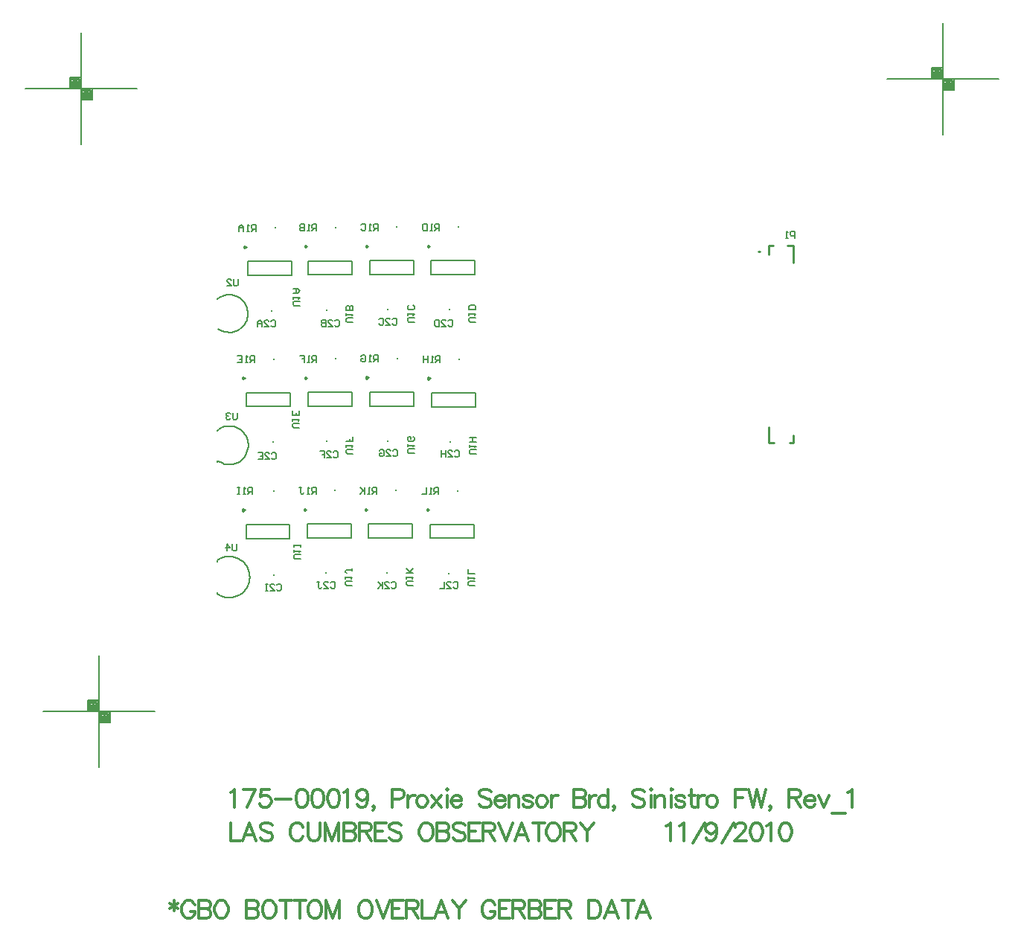
<source format=gbo>
%FSLAX23Y23*%
%MOIN*%
G70*
G01*
G75*
G04 Layer_Color=32896*
%ADD10R,0.135X0.070*%
%ADD11R,0.050X0.050*%
%ADD12R,0.094X0.059*%
%ADD13R,0.037X0.035*%
%ADD14R,0.037X0.035*%
%ADD15R,0.050X0.050*%
%ADD16R,0.048X0.078*%
%ADD17C,0.010*%
%ADD18C,0.012*%
%ADD19C,0.008*%
%ADD20C,0.012*%
%ADD21C,0.012*%
%ADD22C,0.157*%
%ADD23C,0.315*%
%ADD24O,0.079X0.039*%
%ADD25O,0.079X0.039*%
%ADD26C,0.047*%
%ADD27C,0.024*%
%ADD28C,0.040*%
%ADD29C,0.127*%
%ADD30C,0.170*%
G04:AMPARAMS|DCode=31|XSize=87.559mil|YSize=87.559mil|CornerRadius=0mil|HoleSize=0mil|Usage=FLASHONLY|Rotation=0.000|XOffset=0mil|YOffset=0mil|HoleType=Round|Shape=Relief|Width=10mil|Gap=10mil|Entries=4|*
%AMTHD31*
7,0,0,0.088,0.068,0.010,45*
%
%ADD31THD31*%
%ADD32C,0.068*%
%ADD33C,0.087*%
%ADD34C,0.050*%
G04:AMPARAMS|DCode=35|XSize=70mil|YSize=70mil|CornerRadius=0mil|HoleSize=0mil|Usage=FLASHONLY|Rotation=0.000|XOffset=0mil|YOffset=0mil|HoleType=Round|Shape=Relief|Width=10mil|Gap=10mil|Entries=4|*
%AMTHD35*
7,0,0,0.070,0.050,0.010,45*
%
%ADD35THD35*%
%ADD36O,0.028X0.098*%
%ADD37R,0.085X0.022*%
%ADD38C,0.006*%
%ADD39C,0.010*%
%ADD40C,0.010*%
%ADD41C,0.008*%
%ADD42C,0.007*%
%ADD43C,0.005*%
%ADD44R,0.122X0.163*%
%ADD45R,0.143X0.078*%
%ADD46R,0.058X0.058*%
%ADD47R,0.102X0.067*%
%ADD48R,0.045X0.043*%
%ADD49R,0.045X0.043*%
%ADD50R,0.058X0.058*%
%ADD51R,0.056X0.086*%
%ADD52C,0.165*%
%ADD53C,0.323*%
%ADD54O,0.087X0.047*%
%ADD55O,0.087X0.047*%
%ADD56C,0.055*%
%ADD57C,0.032*%
%ADD58R,0.318X0.107*%
%ADD59R,0.136X0.889*%
%ADD60R,0.272X0.079*%
%ADD61O,0.036X0.106*%
%ADD62R,0.093X0.030*%
D17*
X17332Y13010D02*
X17324D01*
X17332D01*
X17465Y12152D02*
X17481D01*
X17371D02*
X17395D01*
X17457Y13034D02*
X17481D01*
X17371D02*
X17391D01*
X17371Y12995D02*
Y13034D01*
Y12152D02*
Y12223D01*
X17481Y12152D02*
Y12187D01*
Y12959D02*
Y13034D01*
D18*
X14708Y10102D02*
Y10056D01*
X14689Y10090D02*
X14727Y10067D01*
Y10090D02*
X14689Y10067D01*
X14801Y10083D02*
X14797Y10090D01*
X14789Y10098D01*
X14782Y10102D01*
X14766D01*
X14759Y10098D01*
X14751Y10090D01*
X14747Y10083D01*
X14743Y10071D01*
Y10052D01*
X14747Y10041D01*
X14751Y10033D01*
X14759Y10026D01*
X14766Y10022D01*
X14782D01*
X14789Y10026D01*
X14797Y10033D01*
X14801Y10041D01*
Y10052D01*
X14782D02*
X14801D01*
X14819Y10102D02*
Y10022D01*
Y10102D02*
X14853D01*
X14865Y10098D01*
X14868Y10094D01*
X14872Y10086D01*
Y10079D01*
X14868Y10071D01*
X14865Y10067D01*
X14853Y10064D01*
X14819D02*
X14853D01*
X14865Y10060D01*
X14868Y10056D01*
X14872Y10048D01*
Y10037D01*
X14868Y10029D01*
X14865Y10026D01*
X14853Y10022D01*
X14819D01*
X14913Y10102D02*
X14905Y10098D01*
X14898Y10090D01*
X14894Y10083D01*
X14890Y10071D01*
Y10052D01*
X14894Y10041D01*
X14898Y10033D01*
X14905Y10026D01*
X14913Y10022D01*
X14928D01*
X14936Y10026D01*
X14943Y10033D01*
X14947Y10041D01*
X14951Y10052D01*
Y10071D01*
X14947Y10083D01*
X14943Y10090D01*
X14936Y10098D01*
X14928Y10102D01*
X14913D01*
X15033D02*
Y10022D01*
Y10102D02*
X15067D01*
X15078Y10098D01*
X15082Y10094D01*
X15086Y10086D01*
Y10079D01*
X15082Y10071D01*
X15078Y10067D01*
X15067Y10064D01*
X15033D02*
X15067D01*
X15078Y10060D01*
X15082Y10056D01*
X15086Y10048D01*
Y10037D01*
X15082Y10029D01*
X15078Y10026D01*
X15067Y10022D01*
X15033D01*
X15127Y10102D02*
X15119Y10098D01*
X15111Y10090D01*
X15108Y10083D01*
X15104Y10071D01*
Y10052D01*
X15108Y10041D01*
X15111Y10033D01*
X15119Y10026D01*
X15127Y10022D01*
X15142D01*
X15149Y10026D01*
X15157Y10033D01*
X15161Y10041D01*
X15165Y10052D01*
Y10071D01*
X15161Y10083D01*
X15157Y10090D01*
X15149Y10098D01*
X15142Y10102D01*
X15127D01*
X15210D02*
Y10022D01*
X15183Y10102D02*
X15237D01*
X15273D02*
Y10022D01*
X15246Y10102D02*
X15300D01*
X15332D02*
X15324Y10098D01*
X15317Y10090D01*
X15313Y10083D01*
X15309Y10071D01*
Y10052D01*
X15313Y10041D01*
X15317Y10033D01*
X15324Y10026D01*
X15332Y10022D01*
X15347D01*
X15355Y10026D01*
X15362Y10033D01*
X15366Y10041D01*
X15370Y10052D01*
Y10071D01*
X15366Y10083D01*
X15362Y10090D01*
X15355Y10098D01*
X15347Y10102D01*
X15332D01*
X15389D02*
Y10022D01*
Y10102D02*
X15419Y10022D01*
X15450Y10102D02*
X15419Y10022D01*
X15450Y10102D02*
Y10022D01*
X15558Y10102D02*
X15551Y10098D01*
X15543Y10090D01*
X15539Y10083D01*
X15535Y10071D01*
Y10052D01*
X15539Y10041D01*
X15543Y10033D01*
X15551Y10026D01*
X15558Y10022D01*
X15573D01*
X15581Y10026D01*
X15589Y10033D01*
X15592Y10041D01*
X15596Y10052D01*
Y10071D01*
X15592Y10083D01*
X15589Y10090D01*
X15581Y10098D01*
X15573Y10102D01*
X15558D01*
X15615D02*
X15645Y10022D01*
X15676Y10102D02*
X15645Y10022D01*
X15736Y10102D02*
X15686D01*
Y10022D01*
X15736D01*
X15686Y10064D02*
X15717D01*
X15749Y10102D02*
Y10022D01*
Y10102D02*
X15783D01*
X15795Y10098D01*
X15798Y10094D01*
X15802Y10086D01*
Y10079D01*
X15798Y10071D01*
X15795Y10067D01*
X15783Y10064D01*
X15749D01*
X15776D02*
X15802Y10022D01*
X15820Y10102D02*
Y10022D01*
X15866D01*
X15936D02*
X15905Y10102D01*
X15875Y10022D01*
X15886Y10048D02*
X15924D01*
X15954Y10102D02*
X15985Y10064D01*
Y10022D01*
X16015Y10102D02*
X15985Y10064D01*
X16145Y10083D02*
X16142Y10090D01*
X16134Y10098D01*
X16126Y10102D01*
X16111D01*
X16104Y10098D01*
X16096Y10090D01*
X16092Y10083D01*
X16088Y10071D01*
Y10052D01*
X16092Y10041D01*
X16096Y10033D01*
X16104Y10026D01*
X16111Y10022D01*
X16126D01*
X16134Y10026D01*
X16142Y10033D01*
X16145Y10041D01*
Y10052D01*
X16126D02*
X16145D01*
X16213Y10102D02*
X16164D01*
Y10022D01*
X16213D01*
X16164Y10064D02*
X16194D01*
X16227Y10102D02*
Y10022D01*
Y10102D02*
X16261D01*
X16272Y10098D01*
X16276Y10094D01*
X16280Y10086D01*
Y10079D01*
X16276Y10071D01*
X16272Y10067D01*
X16261Y10064D01*
X16227D01*
X16253D02*
X16280Y10022D01*
X16298Y10102D02*
Y10022D01*
Y10102D02*
X16332D01*
X16344Y10098D01*
X16347Y10094D01*
X16351Y10086D01*
Y10079D01*
X16347Y10071D01*
X16344Y10067D01*
X16332Y10064D01*
X16298D02*
X16332D01*
X16344Y10060D01*
X16347Y10056D01*
X16351Y10048D01*
Y10037D01*
X16347Y10029D01*
X16344Y10026D01*
X16332Y10022D01*
X16298D01*
X16419Y10102D02*
X16369D01*
Y10022D01*
X16419D01*
X16369Y10064D02*
X16399D01*
X16432Y10102D02*
Y10022D01*
Y10102D02*
X16466D01*
X16478Y10098D01*
X16481Y10094D01*
X16485Y10086D01*
Y10079D01*
X16481Y10071D01*
X16478Y10067D01*
X16466Y10064D01*
X16432D01*
X16459D02*
X16485Y10022D01*
X16566Y10102D02*
Y10022D01*
Y10102D02*
X16593D01*
X16604Y10098D01*
X16612Y10090D01*
X16615Y10083D01*
X16619Y10071D01*
Y10052D01*
X16615Y10041D01*
X16612Y10033D01*
X16604Y10026D01*
X16593Y10022D01*
X16566D01*
X16698D02*
X16668Y10102D01*
X16637Y10022D01*
X16649Y10048D02*
X16687D01*
X16743Y10102D02*
Y10022D01*
X16717Y10102D02*
X16770D01*
X16841Y10022D02*
X16810Y10102D01*
X16780Y10022D01*
X16791Y10048D02*
X16829D01*
D19*
X14123Y10950D02*
X14623D01*
X14373Y10700D02*
Y11200D01*
X14323Y10950D02*
Y11000D01*
X14373D01*
X14423Y10900D02*
Y10950D01*
X14373Y10900D02*
X14423D01*
X14378Y10945D02*
X14418D01*
Y10905D02*
Y10945D01*
X14378Y10905D02*
X14418D01*
X14378D02*
Y10945D01*
X14383Y10940D02*
X14413D01*
Y10910D02*
Y10940D01*
X14383Y10910D02*
X14413D01*
X14383D02*
Y10935D01*
X14388D02*
X14408D01*
Y10915D02*
Y10935D01*
X14388Y10915D02*
X14408D01*
X14388D02*
Y10930D01*
X14393D02*
X14403D01*
Y10920D02*
Y10930D01*
X14393Y10920D02*
X14403D01*
X14393D02*
Y10930D01*
Y10925D02*
X14403D01*
X14328Y10995D02*
X14368D01*
Y10955D02*
Y10995D01*
X14328Y10955D02*
X14368D01*
X14328D02*
Y10995D01*
X14333Y10990D02*
X14363D01*
Y10960D02*
Y10990D01*
X14333Y10960D02*
X14363D01*
X14333D02*
Y10985D01*
X14338D02*
X14358D01*
Y10965D02*
Y10985D01*
X14338Y10965D02*
X14358D01*
X14338D02*
Y10980D01*
X14343D02*
X14353D01*
Y10970D02*
Y10980D01*
X14343Y10970D02*
X14353D01*
X14343D02*
Y10980D01*
Y10975D02*
X14353D01*
X17902Y13781D02*
X18402D01*
X18152Y13531D02*
Y14031D01*
X18102Y13781D02*
Y13831D01*
X18152D01*
X18202Y13731D02*
Y13781D01*
X18152Y13731D02*
X18202D01*
X18157Y13776D02*
X18197D01*
Y13736D02*
Y13776D01*
X18157Y13736D02*
X18197D01*
X18157D02*
Y13776D01*
X18162Y13771D02*
X18192D01*
Y13741D02*
Y13771D01*
X18162Y13741D02*
X18192D01*
X18162D02*
Y13766D01*
X18167D02*
X18187D01*
Y13746D02*
Y13766D01*
X18167Y13746D02*
X18187D01*
X18167D02*
Y13761D01*
X18172D02*
X18182D01*
Y13751D02*
Y13761D01*
X18172Y13751D02*
X18182D01*
X18172D02*
Y13761D01*
Y13756D02*
X18182D01*
X18107Y13826D02*
X18147D01*
Y13786D02*
Y13826D01*
X18107Y13786D02*
X18147D01*
X18107D02*
Y13826D01*
X18112Y13821D02*
X18142D01*
Y13791D02*
Y13821D01*
X18112Y13791D02*
X18142D01*
X18112D02*
Y13816D01*
X18117D02*
X18137D01*
Y13796D02*
Y13816D01*
X18117Y13796D02*
X18137D01*
X18117D02*
Y13811D01*
X18122D02*
X18132D01*
Y13801D02*
Y13811D01*
X18122Y13801D02*
X18132D01*
X18122D02*
Y13811D01*
Y13806D02*
X18132D01*
X14042Y13738D02*
X14542D01*
X14292Y13488D02*
Y13988D01*
X14242Y13738D02*
Y13788D01*
X14292D01*
X14342Y13688D02*
Y13738D01*
X14292Y13688D02*
X14342D01*
X14297Y13733D02*
X14337D01*
Y13693D02*
Y13733D01*
X14297Y13693D02*
X14337D01*
X14297D02*
Y13733D01*
X14302Y13728D02*
X14332D01*
Y13698D02*
Y13728D01*
X14302Y13698D02*
X14332D01*
X14302D02*
Y13723D01*
X14307D02*
X14327D01*
Y13703D02*
Y13723D01*
X14307Y13703D02*
X14327D01*
X14307D02*
Y13718D01*
X14312D02*
X14322D01*
Y13708D02*
Y13718D01*
X14312Y13708D02*
X14322D01*
X14312D02*
Y13718D01*
Y13713D02*
X14322D01*
X14247Y13783D02*
X14287D01*
Y13743D02*
Y13783D01*
X14247Y13743D02*
X14287D01*
X14247D02*
Y13783D01*
X14252Y13778D02*
X14282D01*
Y13748D02*
Y13778D01*
X14252Y13748D02*
X14282D01*
X14252D02*
Y13773D01*
X14257D02*
X14277D01*
Y13753D02*
Y13773D01*
X14257Y13753D02*
X14277D01*
X14257D02*
Y13768D01*
X14262D02*
X14272D01*
Y13758D02*
Y13768D01*
X14262Y13758D02*
X14272D01*
X14262D02*
Y13768D01*
Y13763D02*
X14272D01*
D20*
X14961Y10449D02*
Y10369D01*
X15007D01*
X15076D02*
X15046Y10449D01*
X15015Y10369D01*
X15027Y10396D02*
X15065D01*
X15148Y10438D02*
X15141Y10445D01*
X15129Y10449D01*
X15114D01*
X15103Y10445D01*
X15095Y10438D01*
Y10430D01*
X15099Y10423D01*
X15103Y10419D01*
X15110Y10415D01*
X15133Y10407D01*
X15141Y10404D01*
X15145Y10400D01*
X15148Y10392D01*
Y10381D01*
X15141Y10373D01*
X15129Y10369D01*
X15114D01*
X15103Y10373D01*
X15095Y10381D01*
X15286Y10430D02*
X15282Y10438D01*
X15275Y10445D01*
X15267Y10449D01*
X15252D01*
X15244Y10445D01*
X15237Y10438D01*
X15233Y10430D01*
X15229Y10419D01*
Y10400D01*
X15233Y10388D01*
X15237Y10381D01*
X15244Y10373D01*
X15252Y10369D01*
X15267D01*
X15275Y10373D01*
X15282Y10381D01*
X15286Y10388D01*
X15309Y10449D02*
Y10392D01*
X15313Y10381D01*
X15320Y10373D01*
X15332Y10369D01*
X15339D01*
X15351Y10373D01*
X15358Y10381D01*
X15362Y10392D01*
Y10449D01*
X15384D02*
Y10369D01*
Y10449D02*
X15415Y10369D01*
X15445Y10449D02*
X15415Y10369D01*
X15445Y10449D02*
Y10369D01*
X15468Y10449D02*
Y10369D01*
Y10449D02*
X15502D01*
X15514Y10445D01*
X15517Y10442D01*
X15521Y10434D01*
Y10426D01*
X15517Y10419D01*
X15514Y10415D01*
X15502Y10411D01*
X15468D02*
X15502D01*
X15514Y10407D01*
X15517Y10404D01*
X15521Y10396D01*
Y10385D01*
X15517Y10377D01*
X15514Y10373D01*
X15502Y10369D01*
X15468D01*
X15539Y10449D02*
Y10369D01*
Y10449D02*
X15573D01*
X15585Y10445D01*
X15589Y10442D01*
X15593Y10434D01*
Y10426D01*
X15589Y10419D01*
X15585Y10415D01*
X15573Y10411D01*
X15539D01*
X15566D02*
X15593Y10369D01*
X15660Y10449D02*
X15610D01*
Y10369D01*
X15660D01*
X15610Y10411D02*
X15641D01*
X15727Y10438D02*
X15719Y10445D01*
X15708Y10449D01*
X15692D01*
X15681Y10445D01*
X15673Y10438D01*
Y10430D01*
X15677Y10423D01*
X15681Y10419D01*
X15688Y10415D01*
X15711Y10407D01*
X15719Y10404D01*
X15723Y10400D01*
X15727Y10392D01*
Y10381D01*
X15719Y10373D01*
X15708Y10369D01*
X15692D01*
X15681Y10373D01*
X15673Y10381D01*
X15830Y10449D02*
X15823Y10445D01*
X15815Y10438D01*
X15811Y10430D01*
X15807Y10419D01*
Y10400D01*
X15811Y10388D01*
X15815Y10381D01*
X15823Y10373D01*
X15830Y10369D01*
X15845D01*
X15853Y10373D01*
X15861Y10381D01*
X15864Y10388D01*
X15868Y10400D01*
Y10419D01*
X15864Y10430D01*
X15861Y10438D01*
X15853Y10445D01*
X15845Y10449D01*
X15830D01*
X15887D02*
Y10369D01*
Y10449D02*
X15921D01*
X15933Y10445D01*
X15936Y10442D01*
X15940Y10434D01*
Y10426D01*
X15936Y10419D01*
X15933Y10415D01*
X15921Y10411D01*
X15887D02*
X15921D01*
X15933Y10407D01*
X15936Y10404D01*
X15940Y10396D01*
Y10385D01*
X15936Y10377D01*
X15933Y10373D01*
X15921Y10369D01*
X15887D01*
X16011Y10438D02*
X16004Y10445D01*
X15992Y10449D01*
X15977D01*
X15966Y10445D01*
X15958Y10438D01*
Y10430D01*
X15962Y10423D01*
X15966Y10419D01*
X15973Y10415D01*
X15996Y10407D01*
X16004Y10404D01*
X16008Y10400D01*
X16011Y10392D01*
Y10381D01*
X16004Y10373D01*
X15992Y10369D01*
X15977D01*
X15966Y10373D01*
X15958Y10381D01*
X16079Y10449D02*
X16029D01*
Y10369D01*
X16079D01*
X16029Y10411D02*
X16060D01*
X16092Y10449D02*
Y10369D01*
Y10449D02*
X16126D01*
X16138Y10445D01*
X16142Y10442D01*
X16146Y10434D01*
Y10426D01*
X16142Y10419D01*
X16138Y10415D01*
X16126Y10411D01*
X16092D01*
X16119D02*
X16146Y10369D01*
X16163Y10449D02*
X16194Y10369D01*
X16224Y10449D02*
X16194Y10369D01*
X16296D02*
X16265Y10449D01*
X16235Y10369D01*
X16246Y10396D02*
X16284D01*
X16341Y10449D02*
Y10369D01*
X16314Y10449D02*
X16368D01*
X16400D02*
X16392Y10445D01*
X16385Y10438D01*
X16381Y10430D01*
X16377Y10419D01*
Y10400D01*
X16381Y10388D01*
X16385Y10381D01*
X16392Y10373D01*
X16400Y10369D01*
X16415D01*
X16423Y10373D01*
X16430Y10381D01*
X16434Y10388D01*
X16438Y10400D01*
Y10419D01*
X16434Y10430D01*
X16430Y10438D01*
X16423Y10445D01*
X16415Y10449D01*
X16400D01*
X16457D02*
Y10369D01*
Y10449D02*
X16491D01*
X16502Y10445D01*
X16506Y10442D01*
X16510Y10434D01*
Y10426D01*
X16506Y10419D01*
X16502Y10415D01*
X16491Y10411D01*
X16457D01*
X16483D02*
X16510Y10369D01*
X16528Y10449D02*
X16558Y10411D01*
Y10369D01*
X16589Y10449D02*
X16558Y10411D01*
X16913Y10434D02*
X16921Y10438D01*
X16932Y10449D01*
Y10369D01*
X16972Y10434D02*
X16980Y10438D01*
X16991Y10449D01*
Y10369D01*
X17031Y10358D02*
X17084Y10449D01*
X17139Y10423D02*
X17135Y10411D01*
X17127Y10404D01*
X17116Y10400D01*
X17112D01*
X17101Y10404D01*
X17093Y10411D01*
X17089Y10423D01*
Y10426D01*
X17093Y10438D01*
X17101Y10445D01*
X17112Y10449D01*
X17116D01*
X17127Y10445D01*
X17135Y10438D01*
X17139Y10423D01*
Y10404D01*
X17135Y10385D01*
X17127Y10373D01*
X17116Y10369D01*
X17108D01*
X17097Y10373D01*
X17093Y10381D01*
X17161Y10358D02*
X17214Y10449D01*
X17223Y10430D02*
Y10434D01*
X17227Y10442D01*
X17231Y10445D01*
X17238Y10449D01*
X17253D01*
X17261Y10445D01*
X17265Y10442D01*
X17269Y10434D01*
Y10426D01*
X17265Y10419D01*
X17257Y10407D01*
X17219Y10369D01*
X17273D01*
X17313Y10449D02*
X17302Y10445D01*
X17294Y10434D01*
X17290Y10415D01*
Y10404D01*
X17294Y10385D01*
X17302Y10373D01*
X17313Y10369D01*
X17321D01*
X17332Y10373D01*
X17340Y10385D01*
X17344Y10404D01*
Y10415D01*
X17340Y10434D01*
X17332Y10445D01*
X17321Y10449D01*
X17313D01*
X17362Y10434D02*
X17369Y10438D01*
X17381Y10449D01*
Y10369D01*
X17443Y10449D02*
X17432Y10445D01*
X17424Y10434D01*
X17420Y10415D01*
Y10404D01*
X17424Y10385D01*
X17432Y10373D01*
X17443Y10369D01*
X17451D01*
X17462Y10373D01*
X17470Y10385D01*
X17474Y10404D01*
Y10415D01*
X17470Y10434D01*
X17462Y10445D01*
X17451Y10449D01*
X17443D01*
D21*
X14961Y10584D02*
X14969Y10588D01*
X14980Y10599D01*
Y10519D01*
X15073Y10599D02*
X15035Y10519D01*
X15020Y10599D02*
X15073D01*
X15137D02*
X15099D01*
X15095Y10565D01*
X15099Y10569D01*
X15110Y10573D01*
X15121D01*
X15133Y10569D01*
X15140Y10561D01*
X15144Y10550D01*
Y10542D01*
X15140Y10531D01*
X15133Y10523D01*
X15121Y10519D01*
X15110D01*
X15099Y10523D01*
X15095Y10527D01*
X15091Y10535D01*
X15162Y10554D02*
X15231D01*
X15277Y10599D02*
X15266Y10595D01*
X15258Y10584D01*
X15254Y10565D01*
Y10554D01*
X15258Y10535D01*
X15266Y10523D01*
X15277Y10519D01*
X15285D01*
X15296Y10523D01*
X15304Y10535D01*
X15308Y10554D01*
Y10565D01*
X15304Y10584D01*
X15296Y10595D01*
X15285Y10599D01*
X15277D01*
X15348D02*
X15337Y10595D01*
X15329Y10584D01*
X15326Y10565D01*
Y10554D01*
X15329Y10535D01*
X15337Y10523D01*
X15348Y10519D01*
X15356D01*
X15367Y10523D01*
X15375Y10535D01*
X15379Y10554D01*
Y10565D01*
X15375Y10584D01*
X15367Y10595D01*
X15356Y10599D01*
X15348D01*
X15420D02*
X15408Y10595D01*
X15401Y10584D01*
X15397Y10565D01*
Y10554D01*
X15401Y10535D01*
X15408Y10523D01*
X15420Y10519D01*
X15427D01*
X15439Y10523D01*
X15446Y10535D01*
X15450Y10554D01*
Y10565D01*
X15446Y10584D01*
X15439Y10595D01*
X15427Y10599D01*
X15420D01*
X15468Y10584D02*
X15476Y10588D01*
X15487Y10599D01*
Y10519D01*
X15576Y10573D02*
X15572Y10561D01*
X15565Y10554D01*
X15553Y10550D01*
X15549D01*
X15538Y10554D01*
X15530Y10561D01*
X15527Y10573D01*
Y10576D01*
X15530Y10588D01*
X15538Y10595D01*
X15549Y10599D01*
X15553D01*
X15565Y10595D01*
X15572Y10588D01*
X15576Y10573D01*
Y10554D01*
X15572Y10535D01*
X15565Y10523D01*
X15553Y10519D01*
X15546D01*
X15534Y10523D01*
X15530Y10531D01*
X15605Y10523D02*
X15602Y10519D01*
X15598Y10523D01*
X15602Y10527D01*
X15605Y10523D01*
Y10515D01*
X15602Y10508D01*
X15598Y10504D01*
X15686Y10557D02*
X15720D01*
X15732Y10561D01*
X15735Y10565D01*
X15739Y10573D01*
Y10584D01*
X15735Y10592D01*
X15732Y10595D01*
X15720Y10599D01*
X15686D01*
Y10519D01*
X15757Y10573D02*
Y10519D01*
Y10550D02*
X15761Y10561D01*
X15768Y10569D01*
X15776Y10573D01*
X15788D01*
X15814D02*
X15806Y10569D01*
X15799Y10561D01*
X15795Y10550D01*
Y10542D01*
X15799Y10531D01*
X15806Y10523D01*
X15814Y10519D01*
X15825D01*
X15833Y10523D01*
X15840Y10531D01*
X15844Y10542D01*
Y10550D01*
X15840Y10561D01*
X15833Y10569D01*
X15825Y10573D01*
X15814D01*
X15862D02*
X15904Y10519D01*
Y10573D02*
X15862Y10519D01*
X15928Y10599D02*
X15932Y10595D01*
X15936Y10599D01*
X15932Y10603D01*
X15928Y10599D01*
X15932Y10573D02*
Y10519D01*
X15950Y10550D02*
X15995D01*
Y10557D01*
X15992Y10565D01*
X15988Y10569D01*
X15980Y10573D01*
X15969D01*
X15961Y10569D01*
X15954Y10561D01*
X15950Y10550D01*
Y10542D01*
X15954Y10531D01*
X15961Y10523D01*
X15969Y10519D01*
X15980D01*
X15988Y10523D01*
X15995Y10531D01*
X16129Y10588D02*
X16121Y10595D01*
X16110Y10599D01*
X16095D01*
X16083Y10595D01*
X16075Y10588D01*
Y10580D01*
X16079Y10573D01*
X16083Y10569D01*
X16091Y10565D01*
X16114Y10557D01*
X16121Y10554D01*
X16125Y10550D01*
X16129Y10542D01*
Y10531D01*
X16121Y10523D01*
X16110Y10519D01*
X16095D01*
X16083Y10523D01*
X16075Y10531D01*
X16147Y10550D02*
X16192D01*
Y10557D01*
X16189Y10565D01*
X16185Y10569D01*
X16177Y10573D01*
X16166D01*
X16158Y10569D01*
X16150Y10561D01*
X16147Y10550D01*
Y10542D01*
X16150Y10531D01*
X16158Y10523D01*
X16166Y10519D01*
X16177D01*
X16185Y10523D01*
X16192Y10531D01*
X16210Y10573D02*
Y10519D01*
Y10557D02*
X16221Y10569D01*
X16229Y10573D01*
X16240D01*
X16248Y10569D01*
X16251Y10557D01*
Y10519D01*
X16314Y10561D02*
X16310Y10569D01*
X16299Y10573D01*
X16288D01*
X16276Y10569D01*
X16272Y10561D01*
X16276Y10554D01*
X16284Y10550D01*
X16303Y10546D01*
X16310Y10542D01*
X16314Y10535D01*
Y10531D01*
X16310Y10523D01*
X16299Y10519D01*
X16288D01*
X16276Y10523D01*
X16272Y10531D01*
X16350Y10573D02*
X16342Y10569D01*
X16335Y10561D01*
X16331Y10550D01*
Y10542D01*
X16335Y10531D01*
X16342Y10523D01*
X16350Y10519D01*
X16361D01*
X16369Y10523D01*
X16377Y10531D01*
X16381Y10542D01*
Y10550D01*
X16377Y10561D01*
X16369Y10569D01*
X16361Y10573D01*
X16350D01*
X16398D02*
Y10519D01*
Y10550D02*
X16402Y10561D01*
X16409Y10569D01*
X16417Y10573D01*
X16429D01*
X16499Y10599D02*
Y10519D01*
Y10599D02*
X16533D01*
X16544Y10595D01*
X16548Y10592D01*
X16552Y10584D01*
Y10576D01*
X16548Y10569D01*
X16544Y10565D01*
X16533Y10561D01*
X16499D02*
X16533D01*
X16544Y10557D01*
X16548Y10554D01*
X16552Y10546D01*
Y10535D01*
X16548Y10527D01*
X16544Y10523D01*
X16533Y10519D01*
X16499D01*
X16570Y10573D02*
Y10519D01*
Y10550D02*
X16574Y10561D01*
X16581Y10569D01*
X16589Y10573D01*
X16600D01*
X16653Y10599D02*
Y10519D01*
Y10561D02*
X16646Y10569D01*
X16638Y10573D01*
X16627D01*
X16619Y10569D01*
X16611Y10561D01*
X16608Y10550D01*
Y10542D01*
X16611Y10531D01*
X16619Y10523D01*
X16627Y10519D01*
X16638D01*
X16646Y10523D01*
X16653Y10531D01*
X16682Y10523D02*
X16678Y10519D01*
X16675Y10523D01*
X16678Y10527D01*
X16682Y10523D01*
Y10515D01*
X16678Y10508D01*
X16675Y10504D01*
X16816Y10588D02*
X16808Y10595D01*
X16797Y10599D01*
X16782D01*
X16770Y10595D01*
X16763Y10588D01*
Y10580D01*
X16766Y10573D01*
X16770Y10569D01*
X16778Y10565D01*
X16801Y10557D01*
X16808Y10554D01*
X16812Y10550D01*
X16816Y10542D01*
Y10531D01*
X16808Y10523D01*
X16797Y10519D01*
X16782D01*
X16770Y10523D01*
X16763Y10531D01*
X16841Y10599D02*
X16845Y10595D01*
X16849Y10599D01*
X16845Y10603D01*
X16841Y10599D01*
X16845Y10573D02*
Y10519D01*
X16863Y10573D02*
Y10519D01*
Y10557D02*
X16875Y10569D01*
X16882Y10573D01*
X16894D01*
X16901Y10569D01*
X16905Y10557D01*
Y10519D01*
X16934Y10599D02*
X16937Y10595D01*
X16941Y10599D01*
X16937Y10603D01*
X16934Y10599D01*
X16937Y10573D02*
Y10519D01*
X16997Y10561D02*
X16993Y10569D01*
X16982Y10573D01*
X16971D01*
X16959Y10569D01*
X16955Y10561D01*
X16959Y10554D01*
X16967Y10550D01*
X16986Y10546D01*
X16993Y10542D01*
X16997Y10535D01*
Y10531D01*
X16993Y10523D01*
X16982Y10519D01*
X16971D01*
X16959Y10523D01*
X16955Y10531D01*
X17025Y10599D02*
Y10535D01*
X17029Y10523D01*
X17037Y10519D01*
X17044D01*
X17014Y10573D02*
X17041D01*
X17056D02*
Y10519D01*
Y10550D02*
X17060Y10561D01*
X17067Y10569D01*
X17075Y10573D01*
X17086D01*
X17113D02*
X17105Y10569D01*
X17097Y10561D01*
X17094Y10550D01*
Y10542D01*
X17097Y10531D01*
X17105Y10523D01*
X17113Y10519D01*
X17124D01*
X17132Y10523D01*
X17139Y10531D01*
X17143Y10542D01*
Y10550D01*
X17139Y10561D01*
X17132Y10569D01*
X17124Y10573D01*
X17113D01*
X17223Y10599D02*
Y10519D01*
Y10599D02*
X17273D01*
X17223Y10561D02*
X17254D01*
X17282Y10599D02*
X17301Y10519D01*
X17320Y10599D02*
X17301Y10519D01*
X17320Y10599D02*
X17339Y10519D01*
X17358Y10599D02*
X17339Y10519D01*
X17382Y10523D02*
X17378Y10519D01*
X17374Y10523D01*
X17378Y10527D01*
X17382Y10523D01*
Y10515D01*
X17378Y10508D01*
X17374Y10504D01*
X17462Y10599D02*
Y10519D01*
Y10599D02*
X17496D01*
X17508Y10595D01*
X17512Y10592D01*
X17516Y10584D01*
Y10576D01*
X17512Y10569D01*
X17508Y10565D01*
X17496Y10561D01*
X17462D01*
X17489D02*
X17516Y10519D01*
X17533Y10550D02*
X17579D01*
Y10557D01*
X17575Y10565D01*
X17572Y10569D01*
X17564Y10573D01*
X17552D01*
X17545Y10569D01*
X17537Y10561D01*
X17533Y10550D01*
Y10542D01*
X17537Y10531D01*
X17545Y10523D01*
X17552Y10519D01*
X17564D01*
X17572Y10523D01*
X17579Y10531D01*
X17596Y10573D02*
X17619Y10519D01*
X17642Y10573D02*
X17619Y10519D01*
X17655Y10493D02*
X17716D01*
X17726Y10584D02*
X17734Y10588D01*
X17745Y10599D01*
Y10519D01*
D39*
X15942Y12748D02*
D03*
X15983Y13118D02*
D03*
X15147Y12743D02*
D03*
X15161Y13114D02*
D03*
X15391Y12747D02*
D03*
X15432Y13117D02*
D03*
X15666Y12748D02*
D03*
X15707Y13118D02*
D03*
X15153Y12155D02*
D03*
X15154Y12527D02*
D03*
X15391Y12158D02*
D03*
X15432Y12528D02*
D03*
X15667Y12159D02*
D03*
X15708Y12529D02*
D03*
X15944Y12156D02*
D03*
X15985Y12526D02*
D03*
X15157Y11558D02*
D03*
X15154Y11936D02*
D03*
X15389Y11568D02*
D03*
X15430Y11938D02*
D03*
X15661Y11568D02*
D03*
X15702Y11938D02*
D03*
X15938Y11567D02*
D03*
X15979Y11937D02*
D03*
D40*
X15853Y13033D02*
X15845Y13037D01*
Y13029D01*
X15853Y13033D01*
X15031Y13029D02*
X15023Y13033D01*
Y13024D01*
X15031Y13029D01*
X15302Y13032D02*
X15294Y13036D01*
Y13028D01*
X15302Y13032D01*
X15577Y13033D02*
X15569Y13037D01*
Y13029D01*
X15577Y13033D01*
X15024Y12442D02*
X15016Y12446D01*
Y12438D01*
X15024Y12442D01*
X15302Y12443D02*
X15294Y12447D01*
Y12439D01*
X15302Y12443D01*
X15578Y12444D02*
X15570Y12448D01*
Y12440D01*
X15578Y12444D01*
X15855Y12441D02*
X15847Y12445D01*
Y12437D01*
X15855Y12441D01*
X15024Y11851D02*
X15016Y11856D01*
Y11847D01*
X15024Y11851D01*
X15300Y11853D02*
X15292Y11857D01*
Y11848D01*
X15300Y11853D01*
X15572Y11853D02*
X15564Y11857D01*
Y11848D01*
X15572Y11853D01*
X15849Y11852D02*
X15841Y11856D01*
Y11848D01*
X15849Y11852D01*
D41*
X14907Y12662D02*
X14916Y12657D01*
X14925Y12653D01*
X14934Y12649D01*
X14944Y12648D01*
X14954Y12647D01*
X14965Y12647D01*
X14975Y12649D01*
X14984Y12652D01*
X14994Y12656D01*
X15002Y12661D01*
X15010Y12667D01*
X15018Y12674D01*
X15024Y12682D01*
X15029Y12691D01*
X15034Y12700D01*
X15037Y12710D01*
X15039Y12720D01*
X15039Y12730D01*
X15039Y12740D01*
X15037Y12750D01*
X15034Y12760D01*
X15030Y12769D01*
X15025Y12778D01*
X15019Y12786D01*
X15012Y12793D01*
X15004Y12799D01*
X14996Y12805D01*
X14987Y12809D01*
X14977Y12812D01*
X14967Y12814D01*
X14957Y12815D01*
X14947Y12815D01*
X14937Y12813D01*
X14927Y12810D01*
X14918Y12806D01*
X14909Y12801D01*
X14901Y12795D01*
X14906Y12070D02*
X14914Y12065D01*
X14924Y12061D01*
X14933Y12057D01*
X14943Y12055D01*
X14953Y12055D01*
X14963Y12055D01*
X14973Y12056D01*
X14983Y12059D01*
X14992Y12063D01*
X15001Y12067D01*
X15009Y12073D01*
X15016Y12080D01*
X15023Y12087D01*
X15029Y12096D01*
X15033Y12105D01*
X15037Y12114D01*
X15040Y12124D01*
X15041Y12134D01*
X15041Y12144D01*
X15040Y12154D01*
X15038Y12163D01*
X15035Y12173D01*
X15031Y12182D01*
X15025Y12190D01*
X15019Y12198D01*
X15012Y12205D01*
X15004Y12211D01*
X14995Y12216D01*
X14986Y12221D01*
X14976Y12224D01*
X14967Y12226D01*
X14957Y12226D01*
X14947Y12226D01*
X14937Y12224D01*
X14927Y12221D01*
X14918Y12218D01*
X14909Y12213D01*
X14901Y12207D01*
X14902Y11474D02*
X14911Y11469D01*
X14920Y11465D01*
X14929Y11461D01*
X14939Y11459D01*
X14949Y11458D01*
X14959Y11458D01*
X14969Y11458D01*
X14979Y11461D01*
X14989Y11464D01*
X14998Y11468D01*
X15007Y11473D01*
X15015Y11479D01*
X15022Y11486D01*
X15029Y11494D01*
X15034Y11502D01*
X15039Y11511D01*
X15043Y11520D01*
X15046Y11530D01*
X15047Y11540D01*
X15048Y11550D01*
X15047Y11560D01*
X15046Y11570D01*
X15043Y11580D01*
X15039Y11589D01*
X15034Y11598D01*
X15029Y11606D01*
X15022Y11614D01*
X15015Y11621D01*
X15007Y11627D01*
X14998Y11632D01*
X14989Y11636D01*
X14979Y11639D01*
X14969Y11641D01*
X14959Y11642D01*
X14949Y11642D01*
X14939Y11641D01*
X14929Y11639D01*
X14920Y11635D01*
X14911Y11631D01*
X14902Y11625D01*
X16057Y12905D02*
Y12968D01*
X15860Y12905D02*
Y12968D01*
Y12905D02*
X16057D01*
X15860Y12968D02*
X16057D01*
X14902Y12065D02*
Y12071D01*
X14902Y11474D02*
Y11481D01*
X14902Y11619D02*
Y11625D01*
X15234Y12901D02*
Y12964D01*
X15038Y12901D02*
Y12964D01*
Y12901D02*
X15234D01*
X15038Y12964D02*
X15234D01*
X15505Y12904D02*
Y12967D01*
X15309Y12904D02*
Y12967D01*
Y12904D02*
X15505D01*
X15309Y12967D02*
X15505D01*
X15781Y12905D02*
Y12968D01*
X15584Y12905D02*
Y12968D01*
Y12905D02*
X15781D01*
X15584Y12968D02*
X15781D01*
X15228Y12314D02*
Y12377D01*
X15031Y12314D02*
Y12377D01*
Y12314D02*
X15228D01*
X15031Y12377D02*
X15228D01*
X15506Y12315D02*
Y12378D01*
X15309Y12315D02*
Y12378D01*
Y12315D02*
X15506D01*
X15309Y12378D02*
X15506D01*
X15782Y12316D02*
Y12379D01*
X15585Y12316D02*
Y12379D01*
Y12316D02*
X15782D01*
X15585Y12379D02*
X15782D01*
X16059Y12313D02*
Y12376D01*
X15862Y12313D02*
Y12376D01*
Y12313D02*
X16059D01*
X15862Y12376D02*
X16059D01*
X15227Y11723D02*
Y11786D01*
X15031Y11723D02*
Y11786D01*
Y11723D02*
X15227D01*
X15031Y11786D02*
X15227D01*
X15503Y11725D02*
Y11788D01*
X15307Y11725D02*
Y11788D01*
Y11725D02*
X15503D01*
X15307Y11788D02*
X15503D01*
X15775Y11725D02*
Y11788D01*
X15579Y11725D02*
Y11788D01*
Y11725D02*
X15775D01*
X15579Y11788D02*
X15775D01*
X16053Y11724D02*
Y11787D01*
X15856Y11724D02*
Y11787D01*
Y11724D02*
X16053D01*
X15856Y11787D02*
X16053D01*
D43*
X14989Y11698D02*
Y11673D01*
X14984Y11668D01*
X14974D01*
X14969Y11673D01*
Y11698D01*
X14944Y11668D02*
Y11698D01*
X14959Y11683D01*
X14939D01*
X14991Y12287D02*
Y12262D01*
X14986Y12257D01*
X14976D01*
X14971Y12262D01*
Y12287D01*
X14961Y12282D02*
X14956Y12287D01*
X14946D01*
X14941Y12282D01*
Y12277D01*
X14946Y12272D01*
X14951D01*
X14946D01*
X14941Y12267D01*
Y12262D01*
X14946Y12257D01*
X14956D01*
X14961Y12262D01*
X14994Y12884D02*
Y12859D01*
X14989Y12854D01*
X14979D01*
X14974Y12859D01*
Y12884D01*
X14944Y12854D02*
X14964D01*
X14944Y12874D01*
Y12879D01*
X14949Y12884D01*
X14959D01*
X14964Y12879D01*
X16056Y11512D02*
X16031D01*
X16026Y11517D01*
Y11527D01*
X16031Y11532D01*
X16056D01*
X16026Y11542D02*
Y11552D01*
Y11547D01*
X16056D01*
X16051Y11542D01*
X16056Y11567D02*
X16026D01*
Y11587D01*
X15779Y11513D02*
X15754D01*
X15749Y11518D01*
Y11528D01*
X15754Y11533D01*
X15779D01*
X15749Y11543D02*
Y11553D01*
Y11548D01*
X15779D01*
X15774Y11543D01*
X15779Y11568D02*
X15749D01*
X15759D01*
X15779Y11588D01*
X15764Y11573D01*
X15749Y11588D01*
X15507Y11513D02*
X15482D01*
X15477Y11518D01*
Y11528D01*
X15482Y11533D01*
X15507D01*
X15477Y11543D02*
Y11553D01*
Y11548D01*
X15507D01*
X15502Y11543D01*
X15507Y11588D02*
Y11578D01*
Y11583D01*
X15482D01*
X15477Y11578D01*
Y11573D01*
X15482Y11568D01*
X15275Y11631D02*
X15250D01*
X15245Y11636D01*
Y11646D01*
X15250Y11651D01*
X15275D01*
X15245Y11661D02*
Y11671D01*
Y11666D01*
X15275D01*
X15270Y11661D01*
X15275Y11686D02*
Y11696D01*
Y11691D01*
X15245D01*
Y11686D01*
Y11696D01*
X16062Y12101D02*
X16037D01*
X16032Y12106D01*
Y12116D01*
X16037Y12121D01*
X16062D01*
X16032Y12131D02*
Y12141D01*
Y12136D01*
X16062D01*
X16057Y12131D01*
X16062Y12156D02*
X16032D01*
X16047D01*
Y12176D01*
X16062D01*
X16032D01*
X15785Y12104D02*
X15760D01*
X15755Y12109D01*
Y12119D01*
X15760Y12124D01*
X15785D01*
X15755Y12134D02*
Y12144D01*
Y12139D01*
X15785D01*
X15780Y12134D01*
Y12179D02*
X15785Y12174D01*
Y12164D01*
X15780Y12159D01*
X15760D01*
X15755Y12164D01*
Y12174D01*
X15760Y12179D01*
X15770D01*
Y12169D01*
X15509Y12103D02*
X15484D01*
X15479Y12108D01*
Y12118D01*
X15484Y12123D01*
X15509D01*
X15479Y12133D02*
Y12143D01*
Y12138D01*
X15509D01*
X15504Y12133D01*
X15509Y12178D02*
Y12158D01*
X15494D01*
Y12168D01*
Y12158D01*
X15479D01*
X15270Y12219D02*
X15245D01*
X15240Y12224D01*
Y12234D01*
X15245Y12239D01*
X15270D01*
X15240Y12249D02*
Y12259D01*
Y12254D01*
X15270D01*
X15265Y12249D01*
X15270Y12294D02*
Y12274D01*
X15240D01*
Y12294D01*
X15255Y12274D02*
Y12284D01*
X16060Y12693D02*
X16035D01*
X16030Y12698D01*
Y12708D01*
X16035Y12713D01*
X16060D01*
X16030Y12723D02*
Y12733D01*
Y12728D01*
X16060D01*
X16055Y12723D01*
X16060Y12748D02*
X16030D01*
Y12763D01*
X16035Y12768D01*
X16055D01*
X16060Y12763D01*
Y12748D01*
X15784Y12693D02*
X15759D01*
X15754Y12698D01*
Y12708D01*
X15759Y12713D01*
X15784D01*
X15754Y12723D02*
Y12733D01*
Y12728D01*
X15784D01*
X15779Y12723D01*
Y12768D02*
X15784Y12763D01*
Y12753D01*
X15779Y12748D01*
X15759D01*
X15754Y12753D01*
Y12763D01*
X15759Y12768D01*
X15509Y12692D02*
X15484D01*
X15479Y12697D01*
Y12707D01*
X15484Y12712D01*
X15509D01*
X15479Y12722D02*
Y12732D01*
Y12727D01*
X15509D01*
X15504Y12722D01*
X15509Y12747D02*
X15479D01*
Y12762D01*
X15484Y12767D01*
X15489D01*
X15494Y12762D01*
Y12747D01*
Y12762D01*
X15499Y12767D01*
X15504D01*
X15509Y12762D01*
Y12747D01*
X15272Y12766D02*
X15247D01*
X15242Y12771D01*
Y12781D01*
X15247Y12786D01*
X15272D01*
X15242Y12796D02*
Y12806D01*
Y12801D01*
X15272D01*
X15267Y12796D01*
X15242Y12821D02*
X15262D01*
X15272Y12831D01*
X15262Y12841D01*
X15242D01*
X15257D01*
Y12821D01*
X15893Y11922D02*
Y11952D01*
X15878D01*
X15873Y11947D01*
Y11937D01*
X15878Y11932D01*
X15893D01*
X15883D02*
X15873Y11922D01*
X15863D02*
X15853D01*
X15858D01*
Y11952D01*
X15863Y11947D01*
X15838Y11952D02*
Y11922D01*
X15818D01*
X15616Y11923D02*
Y11953D01*
X15601D01*
X15596Y11948D01*
Y11938D01*
X15601Y11933D01*
X15616D01*
X15606D02*
X15596Y11923D01*
X15586D02*
X15576D01*
X15581D01*
Y11953D01*
X15586Y11948D01*
X15561Y11953D02*
Y11923D01*
Y11933D01*
X15541Y11953D01*
X15556Y11938D01*
X15541Y11923D01*
X15344Y11923D02*
Y11953D01*
X15329D01*
X15324Y11948D01*
Y11938D01*
X15329Y11933D01*
X15344D01*
X15334D02*
X15324Y11923D01*
X15314D02*
X15304D01*
X15309D01*
Y11953D01*
X15314Y11948D01*
X15269Y11953D02*
X15279D01*
X15274D01*
Y11928D01*
X15279Y11923D01*
X15284D01*
X15289Y11928D01*
X15058Y11921D02*
Y11951D01*
X15043D01*
X15038Y11946D01*
Y11936D01*
X15043Y11931D01*
X15058D01*
X15048D02*
X15038Y11921D01*
X15028D02*
X15018D01*
X15023D01*
Y11951D01*
X15028Y11946D01*
X15003Y11951D02*
X14993D01*
X14998D01*
Y11921D01*
X15003D01*
X14993D01*
X15899Y12511D02*
Y12541D01*
X15884D01*
X15879Y12536D01*
Y12526D01*
X15884Y12521D01*
X15899D01*
X15889D02*
X15879Y12511D01*
X15869D02*
X15859D01*
X15864D01*
Y12541D01*
X15869Y12536D01*
X15844Y12541D02*
Y12511D01*
Y12526D01*
X15824D01*
Y12541D01*
Y12511D01*
X15622Y12514D02*
Y12544D01*
X15607D01*
X15602Y12539D01*
Y12529D01*
X15607Y12524D01*
X15622D01*
X15612D02*
X15602Y12514D01*
X15592D02*
X15582D01*
X15587D01*
Y12544D01*
X15592Y12539D01*
X15547D02*
X15552Y12544D01*
X15562D01*
X15567Y12539D01*
Y12519D01*
X15562Y12514D01*
X15552D01*
X15547Y12519D01*
Y12529D01*
X15557D01*
X15346Y12513D02*
Y12543D01*
X15331D01*
X15326Y12538D01*
Y12528D01*
X15331Y12523D01*
X15346D01*
X15336D02*
X15326Y12513D01*
X15316D02*
X15306D01*
X15311D01*
Y12543D01*
X15316Y12538D01*
X15271Y12543D02*
X15291D01*
Y12528D01*
X15281D01*
X15291D01*
Y12513D01*
X15068Y12512D02*
Y12542D01*
X15053D01*
X15048Y12537D01*
Y12527D01*
X15053Y12522D01*
X15068D01*
X15058D02*
X15048Y12512D01*
X15038D02*
X15028D01*
X15033D01*
Y12542D01*
X15038Y12537D01*
X14993Y12542D02*
X15013D01*
Y12512D01*
X14993D01*
X15013Y12527D02*
X15003D01*
X15897Y13103D02*
Y13133D01*
X15882D01*
X15877Y13128D01*
Y13118D01*
X15882Y13113D01*
X15897D01*
X15887D02*
X15877Y13103D01*
X15867D02*
X15857D01*
X15862D01*
Y13133D01*
X15867Y13128D01*
X15842Y13133D02*
Y13103D01*
X15827D01*
X15822Y13108D01*
Y13128D01*
X15827Y13133D01*
X15842D01*
X15621Y13103D02*
Y13133D01*
X15606D01*
X15601Y13128D01*
Y13118D01*
X15606Y13113D01*
X15621D01*
X15611D02*
X15601Y13103D01*
X15591D02*
X15581D01*
X15586D01*
Y13133D01*
X15591Y13128D01*
X15546D02*
X15551Y13133D01*
X15561D01*
X15566Y13128D01*
Y13108D01*
X15561Y13103D01*
X15551D01*
X15546Y13108D01*
X15346Y13102D02*
Y13132D01*
X15331D01*
X15326Y13127D01*
Y13117D01*
X15331Y13112D01*
X15346D01*
X15336D02*
X15326Y13102D01*
X15316D02*
X15306D01*
X15311D01*
Y13132D01*
X15316Y13127D01*
X15291Y13132D02*
Y13102D01*
X15276D01*
X15271Y13107D01*
Y13112D01*
X15276Y13117D01*
X15291D01*
X15276D01*
X15271Y13122D01*
Y13127D01*
X15276Y13132D01*
X15291D01*
X15075Y13099D02*
Y13129D01*
X15060D01*
X15055Y13124D01*
Y13114D01*
X15060Y13109D01*
X15075D01*
X15065D02*
X15055Y13099D01*
X15045D02*
X15035D01*
X15040D01*
Y13129D01*
X15045Y13124D01*
X15020Y13099D02*
Y13119D01*
X15010Y13129D01*
X15000Y13119D01*
Y13099D01*
Y13114D01*
X15020D01*
X17488Y13070D02*
Y13100D01*
X17473D01*
X17468Y13095D01*
Y13085D01*
X17473Y13080D01*
X17488D01*
X17458Y13070D02*
X17448D01*
X17453D01*
Y13100D01*
X17458Y13095D01*
X15959Y11524D02*
X15964Y11529D01*
X15974D01*
X15979Y11524D01*
Y11504D01*
X15974Y11499D01*
X15964D01*
X15959Y11504D01*
X15929Y11499D02*
X15949D01*
X15929Y11519D01*
Y11524D01*
X15934Y11529D01*
X15944D01*
X15949Y11524D01*
X15919Y11529D02*
Y11499D01*
X15899D01*
X15682Y11525D02*
X15687Y11530D01*
X15697D01*
X15702Y11525D01*
Y11505D01*
X15697Y11500D01*
X15687D01*
X15682Y11505D01*
X15652Y11500D02*
X15672D01*
X15652Y11520D01*
Y11525D01*
X15657Y11530D01*
X15667D01*
X15672Y11525D01*
X15642Y11530D02*
Y11500D01*
Y11510D01*
X15622Y11530D01*
X15637Y11515D01*
X15622Y11500D01*
X15410Y11525D02*
X15415Y11530D01*
X15425D01*
X15430Y11525D01*
Y11505D01*
X15425Y11500D01*
X15415D01*
X15410Y11505D01*
X15380Y11500D02*
X15400D01*
X15380Y11520D01*
Y11525D01*
X15385Y11530D01*
X15395D01*
X15400Y11525D01*
X15350Y11530D02*
X15360D01*
X15355D01*
Y11505D01*
X15360Y11500D01*
X15365D01*
X15370Y11505D01*
X15168Y11515D02*
X15173Y11520D01*
X15183D01*
X15188Y11515D01*
Y11495D01*
X15183Y11490D01*
X15173D01*
X15168Y11495D01*
X15138Y11490D02*
X15158D01*
X15138Y11510D01*
Y11515D01*
X15143Y11520D01*
X15153D01*
X15158Y11515D01*
X15128Y11520D02*
X15118D01*
X15123D01*
Y11490D01*
X15128D01*
X15118D01*
X15965Y12113D02*
X15970Y12118D01*
X15980D01*
X15985Y12113D01*
Y12093D01*
X15980Y12088D01*
X15970D01*
X15965Y12093D01*
X15935Y12088D02*
X15955D01*
X15935Y12108D01*
Y12113D01*
X15940Y12118D01*
X15950D01*
X15955Y12113D01*
X15925Y12118D02*
Y12088D01*
Y12103D01*
X15905D01*
Y12118D01*
Y12088D01*
X15688Y12116D02*
X15693Y12121D01*
X15703D01*
X15708Y12116D01*
Y12096D01*
X15703Y12091D01*
X15693D01*
X15688Y12096D01*
X15658Y12091D02*
X15678D01*
X15658Y12111D01*
Y12116D01*
X15663Y12121D01*
X15673D01*
X15678Y12116D01*
X15628D02*
X15633Y12121D01*
X15643D01*
X15648Y12116D01*
Y12096D01*
X15643Y12091D01*
X15633D01*
X15628Y12096D01*
Y12106D01*
X15638D01*
X15422Y12109D02*
X15427Y12114D01*
X15437D01*
X15442Y12109D01*
Y12089D01*
X15437Y12084D01*
X15427D01*
X15422Y12089D01*
X15392Y12084D02*
X15412D01*
X15392Y12104D01*
Y12109D01*
X15397Y12114D01*
X15407D01*
X15412Y12109D01*
X15362Y12114D02*
X15382D01*
Y12099D01*
X15372D01*
X15382D01*
Y12084D01*
X15145Y12103D02*
X15150Y12108D01*
X15160D01*
X15165Y12103D01*
Y12083D01*
X15160Y12078D01*
X15150D01*
X15145Y12083D01*
X15115Y12078D02*
X15135D01*
X15115Y12098D01*
Y12103D01*
X15120Y12108D01*
X15130D01*
X15135Y12103D01*
X15085Y12108D02*
X15105D01*
Y12078D01*
X15085D01*
X15105Y12093D02*
X15095D01*
X15936Y12698D02*
X15941Y12703D01*
X15951D01*
X15956Y12698D01*
Y12678D01*
X15951Y12673D01*
X15941D01*
X15936Y12678D01*
X15906Y12673D02*
X15926D01*
X15906Y12693D01*
Y12698D01*
X15911Y12703D01*
X15921D01*
X15926Y12698D01*
X15896Y12703D02*
Y12673D01*
X15881D01*
X15876Y12678D01*
Y12698D01*
X15881Y12703D01*
X15896D01*
X15687Y12705D02*
X15692Y12710D01*
X15702D01*
X15707Y12705D01*
Y12685D01*
X15702Y12680D01*
X15692D01*
X15687Y12685D01*
X15657Y12680D02*
X15677D01*
X15657Y12700D01*
Y12705D01*
X15662Y12710D01*
X15672D01*
X15677Y12705D01*
X15627D02*
X15632Y12710D01*
X15642D01*
X15647Y12705D01*
Y12685D01*
X15642Y12680D01*
X15632D01*
X15627Y12685D01*
X15428Y12698D02*
X15433Y12703D01*
X15443D01*
X15448Y12698D01*
Y12678D01*
X15443Y12673D01*
X15433D01*
X15428Y12678D01*
X15398Y12673D02*
X15418D01*
X15398Y12693D01*
Y12698D01*
X15403Y12703D01*
X15413D01*
X15418Y12698D01*
X15388Y12703D02*
Y12673D01*
X15373D01*
X15368Y12678D01*
Y12683D01*
X15373Y12688D01*
X15388D01*
X15373D01*
X15368Y12693D01*
Y12698D01*
X15373Y12703D01*
X15388D01*
X15143Y12696D02*
X15148Y12701D01*
X15158D01*
X15163Y12696D01*
Y12676D01*
X15158Y12671D01*
X15148D01*
X15143Y12676D01*
X15113Y12671D02*
X15133D01*
X15113Y12691D01*
Y12696D01*
X15118Y12701D01*
X15128D01*
X15133Y12696D01*
X15103Y12671D02*
Y12691D01*
X15093Y12701D01*
X15083Y12691D01*
Y12671D01*
Y12686D01*
X15103D01*
M02*

</source>
